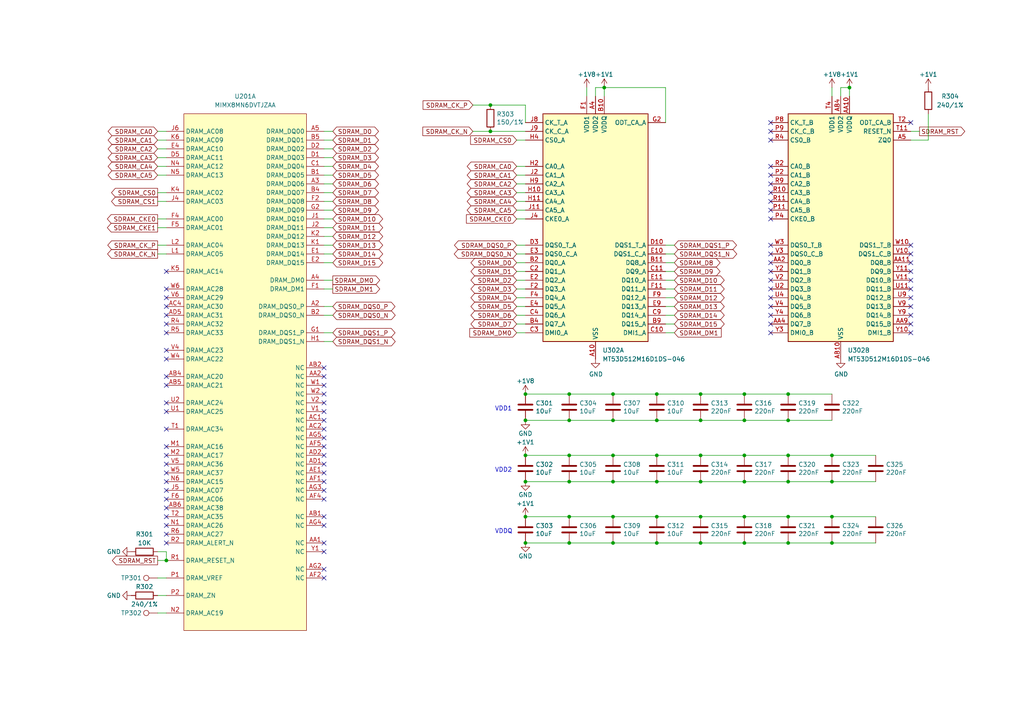
<source format=kicad_sch>
(kicad_sch (version 20211123) (generator eeschema)
  (paper "A4")
  (title_block (title "Sharket") (date "2022-09-21") (rev "0.0"))
  (junction (at 215.9 149.86))
  (junction (at 190.5 114.3))
  (junction (at 177.8 121.92))
  (junction (at 152.4 149.86))
  (junction (at 228.6 114.3))
  (junction (at 241.3 132.08))
  (junction (at 241.3 149.86))
  (junction (at 190.5 157.48))
  (junction (at 228.6 157.48))
  (junction (at 142.24 38.1))
  (junction (at 228.6 149.86))
  (junction (at 177.8 132.08))
  (junction (at 152.4 139.7) (diameter 0.9144))
  (junction (at 228.6 132.08))
  (junction (at 215.9 132.08))
  (junction (at 190.5 149.86))
  (junction (at 203.2 114.3))
  (junction (at 177.8 157.48))
  (junction (at 48.26 162.56))
  (junction (at 241.3 139.7))
  (junction (at 215.9 114.3))
  (junction (at 177.8 114.3))
  (junction (at 165.1 139.7))
  (junction (at 142.24 30.48))
  (junction (at 165.1 132.08))
  (junction (at 241.3 157.48))
  (junction (at 215.9 139.7))
  (junction (at 152.4 132.08))
  (junction (at 175.26 25.4))
  (junction (at 165.1 121.92))
  (junction (at 165.1 114.3))
  (junction (at 152.4 157.48) (diameter 0.9144))
  (junction (at 215.9 121.92))
  (junction (at 177.8 149.86))
  (junction (at 203.2 157.48))
  (junction (at 190.5 132.08))
  (junction (at 190.5 121.92))
  (junction (at 165.1 149.86))
  (junction (at 203.2 149.86))
  (junction (at 177.8 139.7))
  (junction (at 190.5 139.7))
  (junction (at 203.2 139.7))
  (junction (at 203.2 132.08))
  (junction (at 152.4 121.92) (diameter 0.9144))
  (junction (at 246.38 25.4))
  (junction (at 203.2 121.92))
  (junction (at 215.9 157.48))
  (junction (at 152.4 114.3) (diameter 0.9144))
  (junction (at 165.1 157.48))
  (junction (at 228.6 139.7))
  (junction (at 228.6 121.92))
  (no_connect (at 93.98 144.78))
  (no_connect (at 264.16 93.98))
  (no_connect (at 48.26 93.98))
  (no_connect (at 223.52 93.98))
  (no_connect (at 264.16 86.36))
  (no_connect (at 264.16 73.66))
  (no_connect (at 48.26 119.38))
  (no_connect (at 223.52 71.12))
  (no_connect (at 223.52 76.2))
  (no_connect (at 93.98 116.84))
  (no_connect (at 48.26 139.7))
  (no_connect (at 93.98 152.4))
  (no_connect (at 93.98 106.68))
  (no_connect (at 48.26 96.52))
  (no_connect (at 93.98 134.62))
  (no_connect (at 264.16 81.28))
  (no_connect (at 48.26 137.16))
  (no_connect (at 93.98 142.24))
  (no_connect (at 48.26 78.74))
  (no_connect (at 48.26 83.82))
  (no_connect (at 223.52 83.82))
  (no_connect (at 264.16 76.2))
  (no_connect (at 48.26 104.14))
  (no_connect (at 223.52 63.5))
  (no_connect (at 223.52 81.28))
  (no_connect (at 48.26 147.32))
  (no_connect (at 223.52 60.96))
  (no_connect (at 264.16 91.44))
  (no_connect (at 93.98 109.22))
  (no_connect (at 223.52 55.88))
  (no_connect (at 93.98 124.46))
  (no_connect (at 48.26 149.86))
  (no_connect (at 48.26 101.6))
  (no_connect (at 48.26 109.22))
  (no_connect (at 223.52 50.8))
  (no_connect (at 48.26 88.9))
  (no_connect (at 48.26 124.46))
  (no_connect (at 264.16 78.74))
  (no_connect (at 93.98 121.92))
  (no_connect (at 93.98 139.7))
  (no_connect (at 48.26 144.78))
  (no_connect (at 264.16 88.9))
  (no_connect (at 93.98 119.38))
  (no_connect (at 223.52 91.44))
  (no_connect (at 48.26 132.08))
  (no_connect (at 48.26 129.54))
  (no_connect (at 223.52 78.74))
  (no_connect (at 48.26 111.76))
  (no_connect (at 93.98 165.1))
  (no_connect (at 223.52 96.52))
  (no_connect (at 264.16 83.82))
  (no_connect (at 48.26 91.44))
  (no_connect (at 223.52 73.66))
  (no_connect (at 48.26 86.36))
  (no_connect (at 223.52 38.1))
  (no_connect (at 48.26 157.48))
  (no_connect (at 93.98 111.76))
  (no_connect (at 264.16 96.52))
  (no_connect (at 264.16 35.56))
  (no_connect (at 264.16 71.12))
  (no_connect (at 48.26 134.62))
  (no_connect (at 223.52 88.9))
  (no_connect (at 93.98 157.48))
  (no_connect (at 223.52 86.36))
  (no_connect (at 93.98 127))
  (no_connect (at 93.98 149.86))
  (no_connect (at 93.98 114.3))
  (no_connect (at 223.52 58.42))
  (no_connect (at 48.26 116.84))
  (no_connect (at 48.26 154.94))
  (no_connect (at 93.98 167.64))
  (no_connect (at 223.52 48.26))
  (no_connect (at 223.52 53.34))
  (no_connect (at 93.98 137.16))
  (no_connect (at 93.98 160.02))
  (no_connect (at 48.26 142.24))
  (no_connect (at 93.98 132.08))
  (no_connect (at 93.98 129.54))
  (no_connect (at 48.26 152.4))
  (no_connect (at 223.52 40.64))
  (no_connect (at 223.52 35.56))
  (wire (pts (xy 149.86 60.96) (xy 152.4 60.96)))
  (wire (pts (xy 45.72 63.5) (xy 48.26 63.5)))
  (wire (pts (xy 152.4 114.3) (xy 165.1 114.3)))
  (wire (pts (xy 165.1 139.7) (xy 177.8 139.7)))
  (wire (pts (xy 45.72 73.66) (xy 48.26 73.66)))
  (wire (pts (xy 264.16 38.1) (xy 266.7 38.1)))
  (wire (pts (xy 203.2 132.08) (xy 215.9 132.08)))
  (wire (pts (xy 93.98 66.04) (xy 96.52 66.04)))
  (wire (pts (xy 177.8 149.86) (xy 190.5 149.86)))
  (wire (pts (xy 172.72 25.4) (xy 175.26 25.4)))
  (wire (pts (xy 142.24 30.48) (xy 152.4 30.48)))
  (wire (pts (xy 165.1 157.48) (xy 177.8 157.48)))
  (wire (pts (xy 190.5 132.08) (xy 203.2 132.08)))
  (wire (pts (xy 177.8 121.92) (xy 190.5 121.92)))
  (wire (pts (xy 193.04 76.2) (xy 195.58 76.2)))
  (wire (pts (xy 175.26 25.4) (xy 175.26 27.94)))
  (wire (pts (xy 215.9 157.48) (xy 228.6 157.48)))
  (wire (pts (xy 152.4 157.48) (xy 165.1 157.48)))
  (wire (pts (xy 48.26 160.02) (xy 48.26 162.56)))
  (wire (pts (xy 149.86 58.42) (xy 152.4 58.42)))
  (wire (pts (xy 190.5 157.48) (xy 203.2 157.48)))
  (wire (pts (xy 93.98 63.5) (xy 96.52 63.5)))
  (wire (pts (xy 149.86 81.28) (xy 152.4 81.28)))
  (wire (pts (xy 93.98 45.72) (xy 96.52 45.72)))
  (wire (pts (xy 149.86 63.5) (xy 152.4 63.5)))
  (wire (pts (xy 149.86 48.26) (xy 152.4 48.26)))
  (wire (pts (xy 215.9 121.92) (xy 228.6 121.92)))
  (wire (pts (xy 241.3 25.4) (xy 241.3 27.94)))
  (wire (pts (xy 152.4 149.86) (xy 165.1 149.86)))
  (wire (pts (xy 93.98 73.66) (xy 96.52 73.66)))
  (wire (pts (xy 93.98 81.28) (xy 96.52 81.28)))
  (wire (pts (xy 149.86 83.82) (xy 152.4 83.82)))
  (wire (pts (xy 45.72 43.18) (xy 48.26 43.18)))
  (wire (pts (xy 152.4 139.7) (xy 165.1 139.7)))
  (wire (pts (xy 228.6 114.3) (xy 241.3 114.3)))
  (wire (pts (xy 149.86 40.64) (xy 152.4 40.64)))
  (wire (pts (xy 165.1 121.92) (xy 177.8 121.92)))
  (wire (pts (xy 93.98 38.1) (xy 96.52 38.1)))
  (wire (pts (xy 193.04 73.66) (xy 195.58 73.66)))
  (wire (pts (xy 203.2 139.7) (xy 215.9 139.7)))
  (wire (pts (xy 228.6 121.92) (xy 241.3 121.92)))
  (wire (pts (xy 93.98 91.44) (xy 96.52 91.44)))
  (wire (pts (xy 93.98 48.26) (xy 96.52 48.26)))
  (wire (pts (xy 177.8 132.08) (xy 190.5 132.08)))
  (wire (pts (xy 215.9 139.7) (xy 228.6 139.7)))
  (wire (pts (xy 203.2 157.48) (xy 215.9 157.48)))
  (wire (pts (xy 215.9 132.08) (xy 228.6 132.08)))
  (wire (pts (xy 149.86 53.34) (xy 152.4 53.34)))
  (wire (pts (xy 149.86 86.36) (xy 152.4 86.36)))
  (wire (pts (xy 137.16 38.1) (xy 142.24 38.1)))
  (wire (pts (xy 152.4 30.48) (xy 152.4 35.56)))
  (wire (pts (xy 241.3 139.7) (xy 254 139.7)))
  (wire (pts (xy 93.98 76.2) (xy 96.52 76.2)))
  (wire (pts (xy 45.72 45.72) (xy 48.26 45.72)))
  (wire (pts (xy 190.5 139.7) (xy 203.2 139.7)))
  (wire (pts (xy 193.04 91.44) (xy 195.58 91.44)))
  (wire (pts (xy 152.4 132.08) (xy 165.1 132.08)))
  (wire (pts (xy 193.04 88.9) (xy 195.58 88.9)))
  (wire (pts (xy 177.8 114.3) (xy 190.5 114.3)))
  (wire (pts (xy 190.5 149.86) (xy 203.2 149.86)))
  (wire (pts (xy 45.72 40.64) (xy 48.26 40.64)))
  (wire (pts (xy 193.04 86.36) (xy 195.58 86.36)))
  (wire (pts (xy 165.1 132.08) (xy 177.8 132.08)))
  (wire (pts (xy 93.98 60.96) (xy 96.52 60.96)))
  (wire (pts (xy 241.3 149.86) (xy 254 149.86)))
  (wire (pts (xy 193.04 83.82) (xy 195.58 83.82)))
  (wire (pts (xy 215.9 149.86) (xy 228.6 149.86)))
  (wire (pts (xy 193.04 35.56) (xy 193.04 25.4)))
  (wire (pts (xy 93.98 88.9) (xy 96.52 88.9)))
  (wire (pts (xy 269.24 33.02) (xy 269.24 40.64)))
  (wire (pts (xy 45.72 162.56) (xy 48.26 162.56)))
  (wire (pts (xy 172.72 27.94) (xy 172.72 25.4)))
  (wire (pts (xy 190.5 121.92) (xy 203.2 121.92)))
  (wire (pts (xy 243.84 25.4) (xy 246.38 25.4)))
  (wire (pts (xy 93.98 68.58) (xy 96.52 68.58)))
  (wire (pts (xy 177.8 157.48) (xy 190.5 157.48)))
  (wire (pts (xy 193.04 96.52) (xy 195.58 96.52)))
  (wire (pts (xy 193.04 25.4) (xy 175.26 25.4)))
  (wire (pts (xy 93.98 40.64) (xy 96.52 40.64)))
  (wire (pts (xy 45.72 58.42) (xy 48.26 58.42)))
  (wire (pts (xy 93.98 83.82) (xy 96.52 83.82)))
  (wire (pts (xy 93.98 53.34) (xy 96.52 53.34)))
  (wire (pts (xy 269.24 40.64) (xy 264.16 40.64)))
  (wire (pts (xy 93.98 50.8) (xy 96.52 50.8)))
  (wire (pts (xy 149.86 50.8) (xy 152.4 50.8)))
  (wire (pts (xy 45.72 71.12) (xy 48.26 71.12)))
  (wire (pts (xy 142.24 38.1) (xy 152.4 38.1)))
  (wire (pts (xy 45.72 50.8) (xy 48.26 50.8)))
  (wire (pts (xy 203.2 121.92) (xy 215.9 121.92)))
  (wire (pts (xy 45.72 160.02) (xy 48.26 160.02)))
  (wire (pts (xy 149.86 55.88) (xy 152.4 55.88)))
  (wire (pts (xy 203.2 114.3) (xy 215.9 114.3)))
  (wire (pts (xy 228.6 157.48) (xy 241.3 157.48)))
  (wire (pts (xy 241.3 157.48) (xy 254 157.48)))
  (wire (pts (xy 149.86 88.9) (xy 152.4 88.9)))
  (wire (pts (xy 152.4 73.66) (xy 149.86 73.66)))
  (wire (pts (xy 137.16 30.48) (xy 142.24 30.48)))
  (wire (pts (xy 149.86 91.44) (xy 152.4 91.44)))
  (wire (pts (xy 93.98 71.12) (xy 96.52 71.12)))
  (wire (pts (xy 165.1 114.3) (xy 177.8 114.3)))
  (wire (pts (xy 149.86 78.74) (xy 152.4 78.74)))
  (wire (pts (xy 177.8 139.7) (xy 190.5 139.7)))
  (wire (pts (xy 228.6 132.08) (xy 241.3 132.08)))
  (wire (pts (xy 93.98 99.06) (xy 96.52 99.06)))
  (wire (pts (xy 152.4 96.52) (xy 149.86 96.52)))
  (wire (pts (xy 228.6 149.86) (xy 241.3 149.86)))
  (wire (pts (xy 193.04 93.98) (xy 195.58 93.98)))
  (wire (pts (xy 152.4 71.12) (xy 149.86 71.12)))
  (wire (pts (xy 45.72 177.8) (xy 48.26 177.8)))
  (wire (pts (xy 246.38 25.4) (xy 246.38 27.94)))
  (wire (pts (xy 149.86 76.2) (xy 152.4 76.2)))
  (wire (pts (xy 45.72 172.72) (xy 48.26 172.72)))
  (wire (pts (xy 203.2 149.86) (xy 215.9 149.86)))
  (wire (pts (xy 193.04 71.12) (xy 195.58 71.12)))
  (wire (pts (xy 45.72 66.04) (xy 48.26 66.04)))
  (wire (pts (xy 93.98 55.88) (xy 96.52 55.88)))
  (wire (pts (xy 45.72 48.26) (xy 48.26 48.26)))
  (wire (pts (xy 93.98 96.52) (xy 96.52 96.52)))
  (wire (pts (xy 93.98 58.42) (xy 96.52 58.42)))
  (wire (pts (xy 165.1 149.86) (xy 177.8 149.86)))
  (wire (pts (xy 45.72 167.64) (xy 48.26 167.64)))
  (wire (pts (xy 45.72 38.1) (xy 48.26 38.1)))
  (wire (pts (xy 170.18 25.4) (xy 170.18 27.94)))
  (wire (pts (xy 241.3 132.08) (xy 254 132.08)))
  (wire (pts (xy 215.9 114.3) (xy 228.6 114.3)))
  (wire (pts (xy 193.04 81.28) (xy 195.58 81.28)))
  (wire (pts (xy 152.4 121.92) (xy 165.1 121.92)))
  (wire (pts (xy 149.86 93.98) (xy 152.4 93.98)))
  (wire (pts (xy 190.5 114.3) (xy 203.2 114.3)))
  (wire (pts (xy 228.6 139.7) (xy 241.3 139.7)))
  (wire (pts (xy 93.98 43.18) (xy 96.52 43.18)))
  (wire (pts (xy 243.84 27.94) (xy 243.84 25.4)))
  (wire (pts (xy 193.04 78.74) (xy 195.58 78.74)))
  (wire (pts (xy 45.72 55.88) (xy 48.26 55.88)))
  (text "VDDQ" (at 143.51 154.94 0) (effects (font (size 1.27 1.27)) (justify left bottom)))
  (text "VDD1" (at 143.51 119.38 0) (effects (font (size 1.27 1.27)) (justify left bottom)))
  (text "VDD2" (at 143.51 137.16 0) (effects (font (size 1.27 1.27)) (justify left bottom)))
  (global_label "SDRAM_D0" (shape bidirectional) (at 96.52 38.1 0) (property "Intersheet References" "${INTERSHEET_REFS}" (effects hide)))
  (global_label "SDRAM_D3" (shape bidirectional) (at 149.86 83.82 180) (property "Intersheet References" "${INTERSHEET_REFS}" (effects hide)))
  (global_label "SDRAM_CS0" (shape input) (at 149.86 40.64 180) (property "Intersheet References" "${INTERSHEET_REFS}" (effects hide)))
  (global_label "SDRAM_D2" (shape bidirectional) (at 149.86 81.28 180) (property "Intersheet References" "${INTERSHEET_REFS}" (effects hide)))
  (global_label "SDRAM_CA1" (shape bidirectional) (at 149.86 50.8 180) (property "Intersheet References" "${INTERSHEET_REFS}" (effects hide)))
  (global_label "SDRAM_D6" (shape bidirectional) (at 149.86 91.44 180) (property "Intersheet References" "${INTERSHEET_REFS}" (effects hide)))
  (global_label "SDRAM_CA3" (shape bidirectional) (at 45.72 45.72 180) (property "Intersheet References" "${INTERSHEET_REFS}" (effects hide)))
  (global_label "SDRAM_CK_N" (shape input) (at 137.16 38.1 180) (property "Intersheet References" "${INTERSHEET_REFS}" (effects hide)))
  (global_label "SDRAM_D6" (shape bidirectional) (at 96.52 53.34 0) (property "Intersheet References" "${INTERSHEET_REFS}" (effects hide)))
  (global_label "SDRAM_CK_P" (shape output) (at 45.72 71.12 180) (property "Intersheet References" "${INTERSHEET_REFS}" (effects hide)))
  (global_label "SDRAM_D5" (shape bidirectional) (at 149.86 88.9 180) (property "Intersheet References" "${INTERSHEET_REFS}" (effects hide)))
  (global_label "SDRAM_CS1" (shape output) (at 45.72 58.42 180) (property "Intersheet References" "${INTERSHEET_REFS}" (effects hide)))
  (global_label "SDRAM_CKE1" (shape output) (at 45.72 66.04 180) (property "Intersheet References" "${INTERSHEET_REFS}" (effects hide)))
  (global_label "SDRAM_DM1" (shape input) (at 195.58 96.52 0) (property "Intersheet References" "${INTERSHEET_REFS}" (effects hide)))
  (global_label "SDRAM_RST" (shape output) (at 266.7 38.1 0) (property "Intersheet References" "${INTERSHEET_REFS}" (effects hide)))
  (global_label "SDRAM_D5" (shape bidirectional) (at 96.52 50.8 0) (property "Intersheet References" "${INTERSHEET_REFS}" (effects hide)))
  (global_label "SDRAM_D13" (shape bidirectional) (at 195.58 88.9 0) (property "Intersheet References" "${INTERSHEET_REFS}" (effects hide)))
  (global_label "SDRAM_D10" (shape bidirectional) (at 96.52 63.5 0) (property "Intersheet References" "${INTERSHEET_REFS}" (effects hide)))
  (global_label "SDRAM_D12" (shape bidirectional) (at 195.58 86.36 0) (property "Intersheet References" "${INTERSHEET_REFS}" (effects hide)))
  (global_label "SDRAM_CA2" (shape bidirectional) (at 149.86 53.34 180) (property "Intersheet References" "${INTERSHEET_REFS}" (effects hide)))
  (global_label "SDRAM_CA1" (shape bidirectional) (at 45.72 40.64 180) (property "Intersheet References" "${INTERSHEET_REFS}" (effects hide)))
  (global_label "SDRAM_DM1" (shape output) (at 96.52 83.82 0) (property "Intersheet References" "${INTERSHEET_REFS}" (effects hide)))
  (global_label "SDRAM_D15" (shape bidirectional) (at 96.52 76.2 0) (property "Intersheet References" "${INTERSHEET_REFS}" (effects hide)))
  (global_label "SDRAM_CKE0" (shape output) (at 45.72 63.5 180) (property "Intersheet References" "${INTERSHEET_REFS}" (effects hide)))
  (global_label "SDRAM_CA5" (shape bidirectional) (at 45.72 50.8 180) (property "Intersheet References" "${INTERSHEET_REFS}" (effects hide)))
  (global_label "SDRAM_CS0" (shape output) (at 45.72 55.88 180) (property "Intersheet References" "${INTERSHEET_REFS}" (effects hide)))
  (global_label "SDRAM_D15" (shape bidirectional) (at 195.58 93.98 0) (property "Intersheet References" "${INTERSHEET_REFS}" (effects hide)))
  (global_label "SDRAM_DQS0_N" (shape bidirectional) (at 149.86 73.66 180) (property "Intersheet References" "${INTERSHEET_REFS}" (effects hide)))
  (global_label "SDRAM_DQS0_P" (shape bidirectional) (at 149.86 71.12 180) (property "Intersheet References" "${INTERSHEET_REFS}" (effects hide)))
  (global_label "SDRAM_DQS1_N" (shape bidirectional) (at 195.58 73.66 0) (property "Intersheet References" "${INTERSHEET_REFS}" (effects hide)))
  (global_label "SDRAM_DM0" (shape input) (at 149.86 96.52 180) (property "Intersheet References" "${INTERSHEET_REFS}" (effects hide)))
  (global_label "SDRAM_D7" (shape bidirectional) (at 96.52 55.88 0) (property "Intersheet References" "${INTERSHEET_REFS}" (effects hide)))
  (global_label "SDRAM_D10" (shape bidirectional) (at 195.58 81.28 0) (property "Intersheet References" "${INTERSHEET_REFS}" (effects hide)))
  (global_label "SDRAM_DQS1_P" (shape bidirectional) (at 195.58 71.12 0) (property "Intersheet References" "${INTERSHEET_REFS}" (effects hide)))
  (global_label "SDRAM_DQS1_N" (shape bidirectional) (at 96.52 99.06 0) (property "Intersheet References" "${INTERSHEET_REFS}" (effects hide)))
  (global_label "SDRAM_DQS0_N" (shape bidirectional) (at 96.52 91.44 0) (property "Intersheet References" "${INTERSHEET_REFS}" (effects hide)))
  (global_label "SDRAM_D2" (shape bidirectional) (at 96.52 43.18 0) (property "Intersheet References" "${INTERSHEET_REFS}" (effects hide)))
  (global_label "SDRAM_CKE0" (shape input) (at 149.86 63.5 180) (property "Intersheet References" "${INTERSHEET_REFS}" (effects hide)))
  (global_label "SDRAM_CK_P" (shape input) (at 137.16 30.48 180) (property "Intersheet References" "${INTERSHEET_REFS}" (effects hide)))
  (global_label "SDRAM_D4" (shape bidirectional) (at 96.52 48.26 0) (property "Intersheet References" "${INTERSHEET_REFS}" (effects hide)))
  (global_label "SDRAM_D9" (shape bidirectional) (at 195.58 78.74 0) (property "Intersheet References" "${INTERSHEET_REFS}" (effects hide)))
  (global_label "SDRAM_CA4" (shape bidirectional) (at 149.86 58.42 180) (property "Intersheet References" "${INTERSHEET_REFS}" (effects hide)))
  (global_label "SDRAM_D1" (shape bidirectional) (at 149.86 78.74 180) (property "Intersheet References" "${INTERSHEET_REFS}" (effects hide)))
  (global_label "SDRAM_CA0" (shape bidirectional) (at 149.86 48.26 180) (property "Intersheet References" "${INTERSHEET_REFS}" (effects hide)))
  (global_label "SDRAM_D0" (shape bidirectional) (at 149.86 76.2 180) (property "Intersheet References" "${INTERSHEET_REFS}" (effects hide)))
  (global_label "SDRAM_D14" (shape bidirectional) (at 195.58 91.44 0) (property "Intersheet References" "${INTERSHEET_REFS}" (effects hide)))
  (global_label "SDRAM_D8" (shape bidirectional) (at 96.52 58.42 0) (property "Intersheet References" "${INTERSHEET_REFS}" (effects hide)))
  (global_label "SDRAM_DM0" (shape output) (at 96.52 81.28 0) (property "Intersheet References" "${INTERSHEET_REFS}" (effects hide)))
  (global_label "SDRAM_DQS0_P" (shape bidirectional) (at 96.52 88.9 0) (property "Intersheet References" "${INTERSHEET_REFS}" (effects hide)))
  (global_label "SDRAM_D4" (shape bidirectional) (at 149.86 86.36 180) (property "Intersheet References" "${INTERSHEET_REFS}" (effects hide)))
  (global_label "SDRAM_CA5" (shape bidirectional) (at 149.86 60.96 180) (property "Intersheet References" "${INTERSHEET_REFS}" (effects hide)))
  (global_label "SDRAM_DQS1_P" (shape bidirectional) (at 96.52 96.52 0) (property "Intersheet References" "${INTERSHEET_REFS}" (effects hide)))
  (global_label "SDRAM_D11" (shape bidirectional) (at 96.52 66.04 0) (property "Intersheet References" "${INTERSHEET_REFS}" (effects hide)))
  (global_label "SDRAM_D1" (shape bidirectional) (at 96.52 40.64 0) (property "Intersheet References" "${INTERSHEET_REFS}" (effects hide)))
  (global_label "SDRAM_CA2" (shape bidirectional) (at 45.72 43.18 180) (property "Intersheet References" "${INTERSHEET_REFS}" (effects hide)))
  (global_label "SDRAM_CK_N" (shape output) (at 45.72 73.66 180) (property "Intersheet References" "${INTERSHEET_REFS}" (effects hide)))
  (global_label "SDRAM_CA0" (shape bidirectional) (at 45.72 38.1 180) (property "Intersheet References" "${INTERSHEET_REFS}" (effects hide)))
  (global_label "SDRAM_CA3" (shape bidirectional) (at 149.86 55.88 180) (property "Intersheet References" "${INTERSHEET_REFS}" (effects hide)))
  (global_label "SDRAM_D11" (shape bidirectional) (at 195.58 83.82 0) (property "Intersheet References" "${INTERSHEET_REFS}" (effects hide)))
  (global_label "SDRAM_D9" (shape bidirectional) (at 96.52 60.96 0) (property "Intersheet References" "${INTERSHEET_REFS}" (effects hide)))
  (global_label "SDRAM_RST" (shape output) (at 45.72 162.56 180) (property "Intersheet References" "${INTERSHEET_REFS}" (effects hide)))
  (global_label "SDRAM_CA4" (shape bidirectional) (at 45.72 48.26 180) (property "Intersheet References" "${INTERSHEET_REFS}" (effects hide)))
  (global_label "SDRAM_D3" (shape bidirectional) (at 96.52 45.72 0) (property "Intersheet References" "${INTERSHEET_REFS}" (effects hide)))
  (global_label "SDRAM_D12" (shape bidirectional) (at 96.52 68.58 0) (property "Intersheet References" "${INTERSHEET_REFS}" (effects hide)))
  (global_label "SDRAM_D8" (shape bidirectional) (at 195.58 76.2 0) (property "Intersheet References" "${INTERSHEET_REFS}" (effects hide)))
  (global_label "SDRAM_D7" (shape bidirectional) (at 149.86 93.98 180) (property "Intersheet References" "${INTERSHEET_REFS}" (effects hide)))
  (global_label "SDRAM_D13" (shape bidirectional) (at 96.52 71.12 0) (property "Intersheet References" "${INTERSHEET_REFS}" (effects hide)))
  (global_label "SDRAM_D14" (shape bidirectional) (at 96.52 73.66 0) (property "Intersheet References" "${INTERSHEET_REFS}" (effects hide)))
  (symbol (lib_id "power:+1V1") (at 152.4 149.86 0) (unit 1)
    (property "Reference" "#PWR0307" (effects hide))
    (property "Value" "+1V1" (at 152.4 146.05 0))
  )
  (symbol (lib_id "Device:R") (at 142.24 34.29 0) (unit 1)
    (property "Reference" "R303" (at 144.018 33.1216 0) (effects (justify left)))
    (property "Value" "150/1%" (at 144.018 35.433 0) (effects (justify left)))
    (property "Footprint" "Resistor_SMD:R_0402_1005Metric" (effects hide))
  )
  (symbol (lib_id "power:+1V1") (at 152.4 132.08 0) (unit 1)
    (property "Reference" "#PWR0305" (effects hide))
    (property "Value" "+1V1" (at 152.4 128.27 0))
  )
  (symbol (lib_id "power:GND") (at 152.4 121.92 0) (unit 1)
    (property "Reference" "#PWR0304" (effects hide))
    (property "Value" "GND" (at 152.4 125.73 0))
  )
  (symbol (lib_id "Device:C") (at 177.8 118.11 0) (unit 1)
    (property "Reference" "C307" (at 180.721 116.942 0) (effects (justify left)))
    (property "Value" "10uF" (at 180.721 119.253 0) (effects (justify left)))
    (property "Footprint" "Capacitor_SMD:C_0402_1005Metric" (effects hide))
  )
  (symbol (lib_id "Device:C") (at 165.1 118.11 0) (unit 1)
    (property "Reference" "C304" (at 168.021 116.942 0) (effects (justify left)))
    (property "Value" "10uF" (at 168.021 119.253 0) (effects (justify left)))
    (property "Footprint" "Capacitor_SMD:C_0402_1005Metric" (effects hide))
  )
  (symbol (lib_id "Device:C") (at 254 135.89 0) (unit 1)
    (property "Reference" "C325" (at 256.921 134.722 0) (effects (justify left)))
    (property "Value" "220nF" (at 256.921 137.033 0) (effects (justify left)))
    (property "Footprint" "Capacitor_SMD:C_0201_0603Metric" (effects hide))
  )
  (symbol (lib_id "Connector:TestPoint") (at 45.72 167.64 90) (unit 1)
    (property "Reference" "TP301" (at 38.1 167.64 90))
    (property "Value" "TestPoint" (effects hide))
    (property "Footprint" "TestPoint:TestPoint_Pad_D1.0mm" (effects hide))
  )
  (symbol (lib_id "Device:C") (at 254 153.67 0) (unit 1)
    (property "Reference" "C326" (at 256.921 152.502 0) (effects (justify left)))
    (property "Value" "220nF" (at 256.921 154.813 0) (effects (justify left)))
    (property "Footprint" "Capacitor_SMD:C_0201_0603Metric" (effects hide))
  )
  (symbol (lib_id "Device:C") (at 190.5 118.11 0) (unit 1)
    (property "Reference" "C310" (at 193.421 116.942 0) (effects (justify left)))
    (property "Value" "10uF" (at 193.421 119.253 0) (effects (justify left)))
    (property "Footprint" "Capacitor_SMD:C_0402_1005Metric" (effects hide))
  )
  (symbol (lib_id "Device:C") (at 228.6 135.89 0) (unit 1)
    (property "Reference" "C320" (at 231.521 134.722 0) (effects (justify left)))
    (property "Value" "220nF" (at 231.521 137.033 0) (effects (justify left)))
    (property "Footprint" "Capacitor_SMD:C_0201_0603Metric" (effects hide))
  )
  (symbol (lib_id "power:+1V1") (at 175.26 25.4 0) (unit 1)
    (property "Reference" "#PWR0311" (effects hide))
    (property "Value" "+1V1" (at 175.26 21.59 0))
  )
  (symbol (lib_id "power:+1V8") (at 170.18 25.4 0) (unit 1)
    (property "Reference" "#PWR0309" (effects hide))
    (property "Value" "+1V8" (at 170.18 21.59 0))
  )
  (symbol (lib_id "Device:C") (at 215.9 118.11 0) (unit 1)
    (property "Reference" "C316" (at 218.821 116.942 0) (effects (justify left)))
    (property "Value" "220nF" (at 218.821 119.253 0) (effects (justify left)))
    (property "Footprint" "Capacitor_SMD:C_0201_0603Metric" (effects hide))
  )
  (symbol (lib_id "Device:C") (at 228.6 153.67 0) (unit 1)
    (property "Reference" "C321" (at 231.521 152.502 0) (effects (justify left)))
    (property "Value" "220nF" (at 231.521 154.813 0) (effects (justify left)))
    (property "Footprint" "Capacitor_SMD:C_0201_0603Metric" (effects hide))
  )
  (symbol (lib_id "Connector:TestPoint") (at 45.72 177.8 90) (unit 1)
    (property "Reference" "TP302" (at 38.1 177.8 90))
    (property "Value" "TestPoint" (effects hide))
    (property "Footprint" "TestPoint:TestPoint_Pad_D1.0mm" (effects hide))
  )
  (symbol (lib_id "power:GND") (at 152.4 139.7 0) (unit 1)
    (property "Reference" "#PWR0306" (effects hide))
    (property "Value" "GND" (at 152.4 143.51 0))
  )
  (symbol (lib_id "power:+1V1") (at 246.38 25.4 0) (unit 1)
    (property "Reference" "#PWR0314" (effects hide))
    (property "Value" "+1V1" (at 246.38 21.59 0))
  )
  (symbol (lib_id "Device:C") (at 203.2 118.11 0) (unit 1)
    (property "Reference" "C313" (at 206.121 116.942 0) (effects (justify left)))
    (property "Value" "220nF" (at 206.121 119.253 0) (effects (justify left)))
    (property "Footprint" "Capacitor_SMD:C_0201_0603Metric" (effects hide))
  )
  (symbol (lib_id "Device:C") (at 190.5 153.67 0) (unit 1)
    (property "Reference" "C312" (at 193.421 152.502 0) (effects (justify left)))
    (property "Value" "10uF" (at 193.421 154.813 0) (effects (justify left)))
    (property "Footprint" "Capacitor_SMD:C_0402_1005Metric" (effects hide))
  )
  (symbol (lib_id "Device:C") (at 177.8 153.67 0) (unit 1)
    (property "Reference" "C309" (at 180.721 152.502 0) (effects (justify left)))
    (property "Value" "10uF" (at 180.721 154.813 0) (effects (justify left)))
    (property "Footprint" "Capacitor_SMD:C_0402_1005Metric" (effects hide))
  )
  (symbol (lib_id "Device:C") (at 241.3 135.89 0) (unit 1)
    (property "Reference" "C323" (at 244.221 134.722 0) (effects (justify left)))
    (property "Value" "220nF" (at 244.221 137.033 0) (effects (justify left)))
    (property "Footprint" "Capacitor_SMD:C_0201_0603Metric" (effects hide))
  )
  (symbol (lib_id "power:+1V8") (at 241.3 25.4 0) (unit 1)
    (property "Reference" "#PWR0312" (effects hide))
    (property "Value" "+1V8" (at 241.3 21.59 0))
  )
  (symbol (lib_id "Device:C") (at 152.4 135.89 0) (unit 1)
    (property "Reference" "C302" (at 155.321 134.722 0) (effects (justify left)))
    (property "Value" "10uF" (at 155.321 137.033 0) (effects (justify left)))
    (property "Footprint" "Capacitor_SMD:C_0402_1005Metric" (effects hide))
  )
  (symbol (lib_id "power:GND") (at 243.84 104.14 0) (unit 1)
    (property "Reference" "#PWR0313" (effects hide))
    (property "Value" "GND" (at 243.967 108.5342 0))
  )
  (symbol (lib_id "Device:C") (at 203.2 135.89 0) (unit 1)
    (property "Reference" "C314" (at 206.121 134.722 0) (effects (justify left)))
    (property "Value" "220nF" (at 206.121 137.033 0) (effects (justify left)))
    (property "Footprint" "Capacitor_SMD:C_0201_0603Metric" (effects hide))
  )
  (symbol (lib_id "Device:C") (at 190.5 135.89 0) (unit 1)
    (property "Reference" "C311" (at 193.421 134.722 0) (effects (justify left)))
    (property "Value" "10uF" (at 193.421 137.033 0) (effects (justify left)))
    (property "Footprint" "Capacitor_SMD:C_0402_1005Metric" (effects hide))
  )
  (symbol (lib_id "Device:C") (at 203.2 153.67 0) (unit 1)
    (property "Reference" "C315" (at 206.121 152.502 0) (effects (justify left)))
    (property "Value" "220nF" (at 206.121 154.813 0) (effects (justify left)))
    (property "Footprint" "Capacitor_SMD:C_0201_0603Metric" (effects hide))
  )
  (symbol (lib_id "Device:R") (at 41.91 172.72 270) (unit 1)
    (property "Reference" "R302" (at 41.91 170.18 90))
    (property "Value" "240/1%" (at 41.91 175.26 90))
    (property "Footprint" "Resistor_SMD:R_0402_1005Metric" (effects hide))
  )
  (symbol (lib_id "Device:C") (at 228.6 118.11 0) (unit 1)
    (property "Reference" "C319" (at 231.521 116.942 0) (effects (justify left)))
    (property "Value" "220nF" (at 231.521 119.253 0) (effects (justify left)))
    (property "Footprint" "Capacitor_SMD:C_0201_0603Metric" (effects hide))
  )
  (symbol (lib_id "Memory_RAM:IS43LQ32256A-062BLI") (at 172.72 66.04 0) (unit 1)
    (property "Reference" "U302" (at 174.7394 101.6 0) (effects (justify left)))
    (property "Value" "MT53D512M16D1DS-046" (at 174.7394 104.14 0) (effects (justify left)))
    (property "Footprint" "Package_BGA:BGA-200_10.0x14.5mm_Layout12x22_P0.80x0.65mm" (effects hide))
    (property "Datasheet" "http://www.issi.com/WW/pdf/43-46LQ32256A-AL.pdf" (effects hide))
  )
  (symbol (lib_id "power:GND") (at 152.4 157.48 0) (unit 1)
    (property "Reference" "#PWR0308" (effects hide))
    (property "Value" "GND" (at 152.4 161.29 0))
  )
  (symbol (lib_id "power:GND") (at 38.1 160.02 270) (unit 1)
    (property "Reference" "#PWR0301" (effects hide))
    (property "Value" "GND" (at 33.02 160.02 90))
  )
  (symbol (lib_id "Device:C") (at 152.4 118.11 0) (unit 1)
    (property "Reference" "C301" (at 155.321 116.942 0) (effects (justify left)))
    (property "Value" "10uF" (at 155.321 119.253 0) (effects (justify left)))
    (property "Footprint" "Capacitor_SMD:C_0402_1005Metric" (effects hide))
  )
  (symbol (lib_id "power:+1V1") (at 269.24 25.4 0) (unit 1)
    (property "Reference" "#PWR0315" (effects hide))
    (property "Value" "+1V1" (at 269.24 21.59 0))
  )
  (symbol (lib_id "Device:C") (at 152.4 153.67 0) (unit 1)
    (property "Reference" "C303" (at 155.321 152.502 0) (effects (justify left)))
    (property "Value" "10uF" (at 155.321 154.813 0) (effects (justify left)))
    (property "Footprint" "Capacitor_SMD:C_0402_1005Metric" (effects hide))
  )
  (symbol (lib_id "Memory_RAM:IS43LQ32256A-062BLI") (at 243.84 66.04 0) (unit 2)
    (property "Reference" "U302" (at 245.8594 101.6 0) (effects (justify left)))
    (property "Value" "MT53D512M16D1DS-046" (at 245.8594 104.14 0) (effects (justify left)))
    (property "Footprint" "Package_BGA:BGA-200_10.0x14.5mm_Layout12x22_P0.80x0.65mm" (effects hide))
    (property "Datasheet" "http://www.issi.com/WW/pdf/43-46LQ32256A-AL.pdf" (effects hide))
  )
  (symbol (lib_id "power:GND") (at 38.1 172.72 270) (unit 1)
    (property "Reference" "#PWR0302" (effects hide))
    (property "Value" "GND" (at 33.02 172.72 90))
  )
  (symbol (lib_id "Device:C") (at 215.9 153.67 0) (unit 1)
    (property "Reference" "C318" (at 218.821 152.502 0) (effects (justify left)))
    (property "Value" "220nF" (at 218.821 154.813 0) (effects (justify left)))
    (property "Footprint" "Capacitor_SMD:C_0201_0603Metric" (effects hide))
  )
  (symbol (lib_id "Device:R") (at 41.91 160.02 270) (unit 1)
    (property "Reference" "R301" (at 41.91 154.94 90))
    (property "Value" "10K" (at 41.91 157.48 90))
    (property "Footprint" "Resistor_SMD:R_0402_1005Metric" (effects hide))
  )
  (symbol (lib_id "Device:R") (at 269.24 29.21 0) (mirror x) (unit 1)
    (property "Reference" "R304" (at 275.59 27.94 0))
    (property "Value" "240/1%" (at 275.59 30.48 0))
    (property "Footprint" "Resistor_SMD:R_0402_1005Metric" (effects hide))
  )
  (symbol (lib_id "Device:C") (at 241.3 153.67 0) (unit 1)
    (property "Reference" "C324" (at 244.221 152.502 0) (effects (justify left)))
    (property "Value" "220nF" (at 244.221 154.813 0) (effects (justify left)))
    (property "Footprint" "Capacitor_SMD:C_0201_0603Metric" (effects hide))
  )
  (symbol (lib_id "Device:C") (at 165.1 153.67 0) (unit 1)
    (property "Reference" "C306" (at 168.021 152.502 0) (effects (justify left)))
    (property "Value" "10uF" (at 168.021 154.813 0) (effects (justify left)))
    (property "Footprint" "Capacitor_SMD:C_0402_1005Metric" (effects hide))
  )
  (symbol (lib_id "Device:C") (at 177.8 135.89 0) (unit 1)
    (property "Reference" "C308" (at 180.721 134.722 0) (effects (justify left)))
    (property "Value" "10uF" (at 180.721 137.033 0) (effects (justify left)))
    (property "Footprint" "Capacitor_SMD:C_0402_1005Metric" (effects hide))
  )
  (symbol (lib_id "Device:C") (at 241.3 118.11 0) (unit 1)
    (property "Reference" "C322" (at 244.221 116.942 0) (effects (justify left)))
    (property "Value" "220nF" (at 244.221 119.253 0) (effects (justify left)))
    (property "Footprint" "Capacitor_SMD:C_0201_0603Metric" (effects hide))
  )
  (symbol (lib_id "power:GND") (at 172.72 104.1401 0) (unit 1)
    (property "Reference" "#PWR0310" (effects hide))
    (property "Value" "GND" (at 172.847 108.5343 0))
  )
  (symbol (lib_id "power:+1V8") (at 152.4 114.3 0) (unit 1)
    (property "Reference" "#PWR0303" (effects hide))
    (property "Value" "+1V8" (at 152.4 110.49 0))
  )
  (symbol (lib_id "Device:C") (at 215.9 135.89 0) (unit 1)
    (property "Reference" "C317" (at 218.821 134.722 0) (effects (justify left)))
    (property "Value" "220nF" (at 218.821 137.033 0) (effects (justify left)))
    (property "Footprint" "Capacitor_SMD:C_0201_0603Metric" (effects hide))
  )
  (symbol (lib_id "Device:C") (at 165.1 135.89 0) (unit 1)
    (property "Reference" "C305" (at 168.021 134.722 0) (effects (justify left)))
    (property "Value" "10uF" (at 168.021 137.033 0) (effects (justify left)))
    (property "Footprint" "Capacitor_SMD:C_0402_1005Metric" (effects hide))
  )
  (symbol (lib_id "symbols:MIMX8MN6DVTJZAA") (at 71.12 27.94 0) (unit 1)
    (property "Reference" "U201" (at 71.12 27.94 0))
    (property "Value" "MIMX8MN6DVTJZAA" (at 71.12 30.48 0))
    (property "Footprint" "footprint:BGA-486_27x27_14.0x14.0mm" (effects hide))
  )
)
</source>
